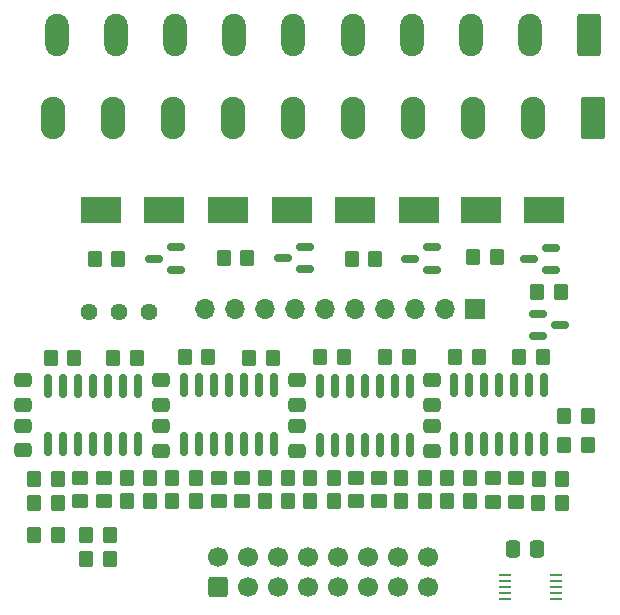
<source format=gbr>
%TF.GenerationSoftware,KiCad,Pcbnew,6.0.11+dfsg-1~bpo11+1*%
%TF.CreationDate,2023-07-05T16:39:37+02:00*%
%TF.ProjectId,ain4rib21,61696e34-7269-4623-9231-2e6b69636164,1.1*%
%TF.SameCoordinates,Original*%
%TF.FileFunction,Soldermask,Top*%
%TF.FilePolarity,Negative*%
%FSLAX46Y46*%
G04 Gerber Fmt 4.6, Leading zero omitted, Abs format (unit mm)*
G04 Created by KiCad (PCBNEW 6.0.11+dfsg-1~bpo11+1) date 2023-07-05 16:39:37*
%MOMM*%
%LPD*%
G01*
G04 APERTURE LIST*
G04 Aperture macros list*
%AMRoundRect*
0 Rectangle with rounded corners*
0 $1 Rounding radius*
0 $2 $3 $4 $5 $6 $7 $8 $9 X,Y pos of 4 corners*
0 Add a 4 corners polygon primitive as box body*
4,1,4,$2,$3,$4,$5,$6,$7,$8,$9,$2,$3,0*
0 Add four circle primitives for the rounded corners*
1,1,$1+$1,$2,$3*
1,1,$1+$1,$4,$5*
1,1,$1+$1,$6,$7*
1,1,$1+$1,$8,$9*
0 Add four rect primitives between the rounded corners*
20,1,$1+$1,$2,$3,$4,$5,0*
20,1,$1+$1,$4,$5,$6,$7,0*
20,1,$1+$1,$6,$7,$8,$9,0*
20,1,$1+$1,$8,$9,$2,$3,0*%
G04 Aperture macros list end*
%ADD10RoundRect,0.250000X-0.350000X-0.450000X0.350000X-0.450000X0.350000X0.450000X-0.350000X0.450000X0*%
%ADD11RoundRect,0.150000X0.587500X0.150000X-0.587500X0.150000X-0.587500X-0.150000X0.587500X-0.150000X0*%
%ADD12RoundRect,0.250000X0.475000X-0.337500X0.475000X0.337500X-0.475000X0.337500X-0.475000X-0.337500X0*%
%ADD13RoundRect,0.250000X0.350000X0.450000X-0.350000X0.450000X-0.350000X-0.450000X0.350000X-0.450000X0*%
%ADD14RoundRect,0.250000X-0.450000X0.350000X-0.450000X-0.350000X0.450000X-0.350000X0.450000X0.350000X0*%
%ADD15R,1.700000X1.700000*%
%ADD16O,1.700000X1.700000*%
%ADD17R,3.500000X2.300000*%
%ADD18RoundRect,0.250000X0.600000X-0.600000X0.600000X0.600000X-0.600000X0.600000X-0.600000X-0.600000X0*%
%ADD19C,1.700000*%
%ADD20C,1.440000*%
%ADD21RoundRect,0.150000X-0.150000X0.825000X-0.150000X-0.825000X0.150000X-0.825000X0.150000X0.825000X0*%
%ADD22RoundRect,0.250000X0.750000X1.550000X-0.750000X1.550000X-0.750000X-1.550000X0.750000X-1.550000X0*%
%ADD23O,2.000000X3.600000*%
%ADD24RoundRect,0.249999X0.790001X1.550001X-0.790001X1.550001X-0.790001X-1.550001X0.790001X-1.550001X0*%
%ADD25O,2.080000X3.600000*%
%ADD26RoundRect,0.150000X-0.587500X-0.150000X0.587500X-0.150000X0.587500X0.150000X-0.587500X0.150000X0*%
%ADD27R,1.100000X0.250000*%
%ADD28RoundRect,0.250000X-0.337500X-0.475000X0.337500X-0.475000X0.337500X0.475000X-0.337500X0.475000X0*%
G04 APERTURE END LIST*
D10*
%TO.C,R22*%
X138390000Y-107760000D03*
X140390000Y-107760000D03*
%TD*%
%TO.C,R17*%
X130550000Y-109870000D03*
X132550000Y-109870000D03*
%TD*%
D11*
%TO.C,D4*%
X153467500Y-90090000D03*
X153467500Y-88190000D03*
X151592500Y-89140000D03*
%TD*%
D12*
%TO.C,C6*%
X152770000Y-105435000D03*
X152770000Y-103360000D03*
%TD*%
D10*
%TO.C,R1*%
X135670000Y-89190000D03*
X137670000Y-89190000D03*
%TD*%
%TO.C,R44*%
X165490000Y-109730000D03*
X167490000Y-109730000D03*
%TD*%
D12*
%TO.C,C4*%
X141300000Y-105430000D03*
X141300000Y-103355000D03*
%TD*%
D10*
%TO.C,R6*%
X146580000Y-89120000D03*
X148580000Y-89120000D03*
%TD*%
D11*
%TO.C,D2*%
X142557500Y-90140000D03*
X142557500Y-88240000D03*
X140682500Y-89190000D03*
%TD*%
D13*
%TO.C,R16*%
X140390000Y-109730000D03*
X138390000Y-109730000D03*
%TD*%
%TO.C,R10*%
X175150000Y-92000000D03*
X173150000Y-92000000D03*
%TD*%
%TO.C,R5*%
X145280000Y-97540000D03*
X143280000Y-97540000D03*
%TD*%
D10*
%TO.C,R29*%
X160250000Y-97550000D03*
X162250000Y-97550000D03*
%TD*%
D13*
%TO.C,R12*%
X136950000Y-112570000D03*
X134950000Y-112570000D03*
%TD*%
D14*
%TO.C,R49*%
X159750000Y-107730000D03*
X159750000Y-109730000D03*
%TD*%
D15*
%TO.C,J1*%
X167840000Y-93450000D03*
D16*
X165300000Y-93450000D03*
X162760000Y-93450000D03*
X160220000Y-93450000D03*
X157680000Y-93450000D03*
X155140000Y-93450000D03*
X152600000Y-93450000D03*
X150060000Y-93450000D03*
X147520000Y-93450000D03*
X144980000Y-93450000D03*
%TD*%
D10*
%TO.C,R19*%
X142230000Y-109740000D03*
X144230000Y-109740000D03*
%TD*%
D12*
%TO.C,C3*%
X141280000Y-101545000D03*
X141280000Y-99470000D03*
%TD*%
D10*
%TO.C,R24*%
X167700000Y-89080000D03*
X169700000Y-89080000D03*
%TD*%
D13*
%TO.C,R46*%
X167490000Y-107750000D03*
X165490000Y-107750000D03*
%TD*%
%TO.C,R31*%
X156760000Y-97550000D03*
X154760000Y-97550000D03*
%TD*%
D17*
%TO.C,D7*%
X173750000Y-85080000D03*
X168350000Y-85080000D03*
%TD*%
D12*
%TO.C,C7*%
X164230000Y-101565000D03*
X164230000Y-99490000D03*
%TD*%
D13*
%TO.C,R45*%
X155910000Y-107760000D03*
X153910000Y-107760000D03*
%TD*%
D14*
%TO.C,R50*%
X157780000Y-107730000D03*
X157780000Y-109730000D03*
%TD*%
D18*
%TO.C,J2*%
X146110000Y-116972500D03*
D19*
X146110000Y-114432500D03*
X148650000Y-116972500D03*
X148650000Y-114432500D03*
X151190000Y-116972500D03*
X151190000Y-114432500D03*
X153730000Y-116972500D03*
X153730000Y-114432500D03*
X156270000Y-116972500D03*
X156270000Y-114432500D03*
X158810000Y-116972500D03*
X158810000Y-114432500D03*
X161350000Y-116972500D03*
X161350000Y-114432500D03*
X163890000Y-116972500D03*
X163890000Y-114432500D03*
%TD*%
D10*
%TO.C,R42*%
X153900000Y-109730000D03*
X155900000Y-109730000D03*
%TD*%
D13*
%TO.C,R9*%
X136940000Y-114610000D03*
X134940000Y-114610000D03*
%TD*%
D12*
%TO.C,C1*%
X129640000Y-101570000D03*
X129640000Y-99495000D03*
%TD*%
D20*
%TO.C,RV4*%
X135150000Y-93700000D03*
X137690000Y-93700000D03*
X140230000Y-93700000D03*
%TD*%
D10*
%TO.C,R30*%
X171600000Y-97540000D03*
X173600000Y-97540000D03*
%TD*%
D13*
%TO.C,R20*%
X132540000Y-107810000D03*
X130540000Y-107810000D03*
%TD*%
D10*
%TO.C,R43*%
X173240000Y-109860000D03*
X175240000Y-109860000D03*
%TD*%
D21*
%TO.C,U1*%
X139380000Y-99935000D03*
X138110000Y-99935000D03*
X136840000Y-99935000D03*
X135570000Y-99935000D03*
X134300000Y-99935000D03*
X133030000Y-99935000D03*
X131760000Y-99935000D03*
X131760000Y-104885000D03*
X133030000Y-104885000D03*
X134300000Y-104885000D03*
X135570000Y-104885000D03*
X136840000Y-104885000D03*
X138110000Y-104885000D03*
X139380000Y-104885000D03*
%TD*%
D22*
%TO.C,J3*%
X177500000Y-70277500D03*
D23*
X172500000Y-70277500D03*
X167500000Y-70277500D03*
X162500000Y-70277500D03*
X157500000Y-70277500D03*
X152500000Y-70277500D03*
X147500000Y-70277500D03*
X142500000Y-70277500D03*
X137500000Y-70277500D03*
X132500000Y-70277500D03*
%TD*%
D13*
%TO.C,R14*%
X132550000Y-112550000D03*
X130550000Y-112550000D03*
%TD*%
D17*
%TO.C,D1*%
X141570000Y-85060000D03*
X136170000Y-85060000D03*
%TD*%
D12*
%TO.C,C8*%
X164250000Y-105430000D03*
X164250000Y-103355000D03*
%TD*%
D21*
%TO.C,U6*%
X173720000Y-99925000D03*
X172450000Y-99925000D03*
X171180000Y-99925000D03*
X169910000Y-99925000D03*
X168640000Y-99925000D03*
X167370000Y-99925000D03*
X166100000Y-99925000D03*
X166100000Y-104875000D03*
X167370000Y-104875000D03*
X168640000Y-104875000D03*
X169910000Y-104875000D03*
X171180000Y-104875000D03*
X172450000Y-104875000D03*
X173720000Y-104875000D03*
%TD*%
D10*
%TO.C,R48*%
X173260000Y-107880000D03*
X175260000Y-107880000D03*
%TD*%
%TO.C,R3*%
X148740000Y-97560000D03*
X150740000Y-97560000D03*
%TD*%
D13*
%TO.C,R32*%
X168170000Y-97550000D03*
X166170000Y-97550000D03*
%TD*%
D17*
%TO.C,D5*%
X163100000Y-85050000D03*
X157700000Y-85050000D03*
%TD*%
D14*
%TO.C,R51*%
X171370000Y-107760000D03*
X171370000Y-109760000D03*
%TD*%
D21*
%TO.C,U2*%
X150840000Y-99895000D03*
X149570000Y-99895000D03*
X148300000Y-99895000D03*
X147030000Y-99895000D03*
X145760000Y-99895000D03*
X144490000Y-99895000D03*
X143220000Y-99895000D03*
X143220000Y-104845000D03*
X144490000Y-104845000D03*
X145760000Y-104845000D03*
X147030000Y-104845000D03*
X148300000Y-104845000D03*
X149570000Y-104845000D03*
X150840000Y-104845000D03*
%TD*%
D14*
%TO.C,R27*%
X148170000Y-107720000D03*
X148170000Y-109720000D03*
%TD*%
D13*
%TO.C,R4*%
X133940000Y-97560000D03*
X131940000Y-97560000D03*
%TD*%
D24*
%TO.C,J4*%
X177860000Y-77277500D03*
D25*
X172780000Y-77277500D03*
X167700000Y-77277500D03*
X162620000Y-77277500D03*
X157540000Y-77277500D03*
X152460000Y-77277500D03*
X147380000Y-77277500D03*
X142300000Y-77277500D03*
X137220000Y-77277500D03*
X132140000Y-77277500D03*
%TD*%
D13*
%TO.C,R41*%
X163620000Y-109730000D03*
X161620000Y-109730000D03*
%TD*%
%TO.C,R18*%
X152060000Y-109730000D03*
X150060000Y-109730000D03*
%TD*%
D10*
%TO.C,R2*%
X137240000Y-97580000D03*
X139240000Y-97580000D03*
%TD*%
D14*
%TO.C,R28*%
X146180000Y-107720000D03*
X146180000Y-109720000D03*
%TD*%
D26*
%TO.C,U4*%
X173225000Y-93850000D03*
X173225000Y-95750000D03*
X175100000Y-94800000D03*
%TD*%
D11*
%TO.C,D6*%
X164255000Y-90130000D03*
X164255000Y-88230000D03*
X162380000Y-89180000D03*
%TD*%
D14*
%TO.C,R25*%
X136470000Y-107720000D03*
X136470000Y-109720000D03*
%TD*%
D13*
%TO.C,R21*%
X144230000Y-107770000D03*
X142230000Y-107770000D03*
%TD*%
D10*
%TO.C,R47*%
X161630000Y-107750000D03*
X163630000Y-107750000D03*
%TD*%
D27*
%TO.C,U9*%
X170450000Y-115990000D03*
X170450000Y-116490000D03*
X170450000Y-116990000D03*
X170450000Y-117490000D03*
X170450000Y-117990000D03*
X174750000Y-117990000D03*
X174750000Y-117490000D03*
X174750000Y-116990000D03*
X174750000Y-116490000D03*
X174750000Y-115990000D03*
%TD*%
D17*
%TO.C,D3*%
X152400000Y-85050000D03*
X147000000Y-85050000D03*
%TD*%
D11*
%TO.C,D8*%
X174337500Y-90150000D03*
X174337500Y-88250000D03*
X172462500Y-89200000D03*
%TD*%
D28*
%TO.C,C9*%
X171055000Y-113750000D03*
X173130000Y-113750000D03*
%TD*%
D14*
%TO.C,R52*%
X169370000Y-107750000D03*
X169370000Y-109750000D03*
%TD*%
D21*
%TO.C,U5*%
X162330000Y-99975000D03*
X161060000Y-99975000D03*
X159790000Y-99975000D03*
X158520000Y-99975000D03*
X157250000Y-99975000D03*
X155980000Y-99975000D03*
X154710000Y-99975000D03*
X154710000Y-104925000D03*
X155980000Y-104925000D03*
X157250000Y-104925000D03*
X158520000Y-104925000D03*
X159790000Y-104925000D03*
X161060000Y-104925000D03*
X162330000Y-104925000D03*
%TD*%
D10*
%TO.C,R23*%
X150050000Y-107760000D03*
X152050000Y-107760000D03*
%TD*%
D12*
%TO.C,C5*%
X152780000Y-101550000D03*
X152780000Y-99475000D03*
%TD*%
D14*
%TO.C,R26*%
X134460000Y-107720000D03*
X134460000Y-109720000D03*
%TD*%
D10*
%TO.C,R15*%
X157440000Y-89200000D03*
X159440000Y-89200000D03*
%TD*%
D12*
%TO.C,C2*%
X129630000Y-105395000D03*
X129630000Y-103320000D03*
%TD*%
D13*
%TO.C,R54*%
X177410000Y-102470000D03*
X175410000Y-102470000D03*
%TD*%
%TO.C,R53*%
X177410000Y-104960000D03*
X175410000Y-104960000D03*
%TD*%
M02*

</source>
